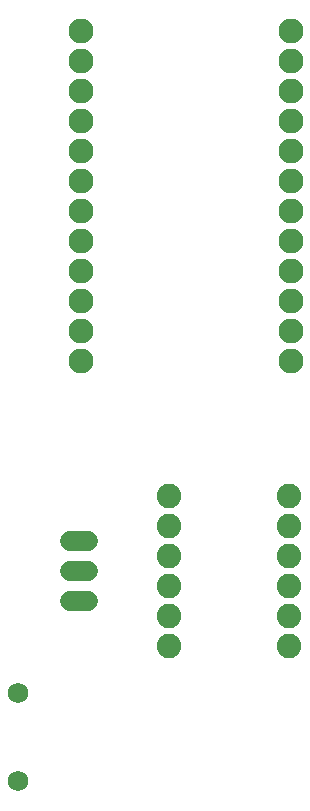
<source format=gbs>
G04 Layer: BottomSolderMaskLayer*
G04 EasyEDA v6.3.53, 2020-06-18T19:39:47--4:00*
G04 e7e3e9cc35ab4c03949e4311758ff5c7,7c2c677999ea4ec384e77b3a21fa14ba,10*
G04 Gerber Generator version 0.2*
G04 Scale: 100 percent, Rotated: No, Reflected: No *
G04 Dimensions in millimeters *
G04 leading zeros omitted , absolute positions ,3 integer and 3 decimal *
%FSLAX33Y33*%
%MOMM*%
G90*
G71D02*

%ADD21C,1.711198*%
%ADD22C,1.727200*%
%ADD23C,2.082800*%
%ADD25C,2.108200*%

%LPD*%
G54D21*
G01X9406Y22225D02*
G01X10913Y22225D01*
G01X9406Y24765D02*
G01X10913Y24765D01*
G01X9406Y27305D02*
G01X10913Y27305D01*
G54D22*
G01X10287Y70485D03*
G01X10287Y67945D03*
G01X10287Y65405D03*
G01X10287Y62865D03*
G01X10287Y60325D03*
G01X10287Y57785D03*
G01X10287Y55245D03*
G01X10287Y52705D03*
G01X10287Y50165D03*
G01X10287Y47625D03*
G01X10287Y45085D03*
G01X10287Y42545D03*
G01X10160Y27305D03*
G01X10160Y24765D03*
G01X10160Y22225D03*
G01X4953Y14478D03*
G01X4953Y6985D03*
G01X17780Y18415D03*
G01X17780Y20955D03*
G01X17780Y23495D03*
G01X17780Y26035D03*
G01X17780Y28575D03*
G01X17780Y31115D03*
G01X27940Y28575D03*
G01X27940Y26035D03*
G01X27940Y23495D03*
G01X27940Y20955D03*
G01X27940Y18415D03*
G01X28067Y42545D03*
G01X28067Y45085D03*
G01X28067Y47625D03*
G01X28067Y50165D03*
G01X28067Y52705D03*
G01X28067Y55245D03*
G01X28067Y57785D03*
G01X28067Y60325D03*
G01X28067Y62865D03*
G01X28067Y65405D03*
G01X28067Y67945D03*
G01X28067Y70485D03*
G01X27940Y31115D03*
G54D23*
G01X27940Y18415D03*
G01X27940Y20955D03*
G01X27940Y23495D03*
G01X27940Y26035D03*
G01X27940Y28575D03*
G01X27940Y31115D03*
G01X17780Y31115D03*
G01X17780Y28575D03*
G01X17780Y26035D03*
G01X17780Y23495D03*
G01X17780Y20955D03*
G01X17780Y18415D03*
G54D25*
G01X28067Y70485D03*
G01X28067Y67945D03*
G01X28067Y65405D03*
G01X28067Y62865D03*
G01X28067Y60325D03*
G01X28067Y57785D03*
G01X28067Y55245D03*
G01X28067Y52705D03*
G01X28067Y50165D03*
G01X28067Y47625D03*
G01X28067Y45085D03*
G01X28067Y42545D03*
G01X10287Y42545D03*
G01X10287Y45085D03*
G01X10287Y47625D03*
G01X10287Y50165D03*
G01X10287Y52705D03*
G01X10287Y55245D03*
G01X10287Y57785D03*
G01X10287Y60325D03*
G01X10287Y62865D03*
G01X10287Y65405D03*
G01X10287Y67945D03*
G01X10287Y70485D03*
M00*
M02*

</source>
